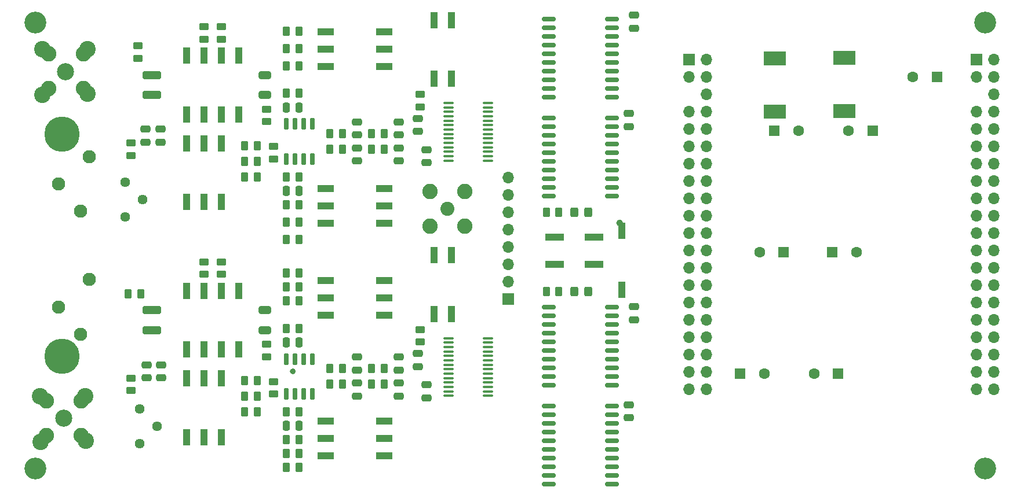
<source format=gts>
G04 #@! TF.GenerationSoftware,KiCad,Pcbnew,8.0.1*
G04 #@! TF.CreationDate,2024-05-23T14:09:47+02:00*
G04 #@! TF.ProjectId,MISRC_v2.1,4d495352-435f-4763-922e-312e6b696361,0.3*
G04 #@! TF.SameCoordinates,Original*
G04 #@! TF.FileFunction,Soldermask,Top*
G04 #@! TF.FilePolarity,Negative*
%FSLAX46Y46*%
G04 Gerber Fmt 4.6, Leading zero omitted, Abs format (unit mm)*
G04 Created by KiCad (PCBNEW 8.0.1) date 2024-05-23 14:09:47*
%MOMM*%
%LPD*%
G01*
G04 APERTURE LIST*
G04 Aperture macros list*
%AMRoundRect*
0 Rectangle with rounded corners*
0 $1 Rounding radius*
0 $2 $3 $4 $5 $6 $7 $8 $9 X,Y pos of 4 corners*
0 Add a 4 corners polygon primitive as box body*
4,1,4,$2,$3,$4,$5,$6,$7,$8,$9,$2,$3,0*
0 Add four circle primitives for the rounded corners*
1,1,$1+$1,$2,$3*
1,1,$1+$1,$4,$5*
1,1,$1+$1,$6,$7*
1,1,$1+$1,$8,$9*
0 Add four rect primitives between the rounded corners*
20,1,$1+$1,$2,$3,$4,$5,0*
20,1,$1+$1,$4,$5,$6,$7,0*
20,1,$1+$1,$6,$7,$8,$9,0*
20,1,$1+$1,$8,$9,$2,$3,0*%
G04 Aperture macros list end*
%ADD10C,0.476609*%
%ADD11C,0.434210*%
%ADD12R,1.600000X1.600000*%
%ADD13C,1.600000*%
%ADD14RoundRect,0.250000X-0.475000X0.250000X-0.475000X-0.250000X0.475000X-0.250000X0.475000X0.250000X0*%
%ADD15RoundRect,0.250000X-0.262500X-0.450000X0.262500X-0.450000X0.262500X0.450000X-0.262500X0.450000X0*%
%ADD16R,1.700000X1.700000*%
%ADD17O,1.700000X1.700000*%
%ADD18R,2.440000X1.120000*%
%ADD19C,2.050000*%
%ADD20C,2.250000*%
%ADD21C,3.200000*%
%ADD22RoundRect,0.250000X-0.325000X-0.450000X0.325000X-0.450000X0.325000X0.450000X-0.325000X0.450000X0*%
%ADD23RoundRect,0.250000X1.100000X-0.325000X1.100000X0.325000X-1.100000X0.325000X-1.100000X-0.325000X0*%
%ADD24RoundRect,0.250000X-0.450000X0.262500X-0.450000X-0.262500X0.450000X-0.262500X0.450000X0.262500X0*%
%ADD25RoundRect,0.250000X0.450000X-0.262500X0.450000X0.262500X-0.450000X0.262500X-0.450000X-0.262500X0*%
%ADD26RoundRect,0.250000X0.262500X0.450000X-0.262500X0.450000X-0.262500X-0.450000X0.262500X-0.450000X0*%
%ADD27RoundRect,0.100000X-0.637500X-0.100000X0.637500X-0.100000X0.637500X0.100000X-0.637500X0.100000X0*%
%ADD28RoundRect,0.250000X-0.250000X-0.475000X0.250000X-0.475000X0.250000X0.475000X-0.250000X0.475000X0*%
%ADD29RoundRect,0.150000X-0.875000X-0.150000X0.875000X-0.150000X0.875000X0.150000X-0.875000X0.150000X0*%
%ADD30C,1.440000*%
%ADD31R,3.200000X2.000000*%
%ADD32R,1.120000X2.440000*%
%ADD33RoundRect,0.250000X0.475000X-0.250000X0.475000X0.250000X-0.475000X0.250000X-0.475000X-0.250000X0*%
%ADD34R,2.750000X1.000000*%
%ADD35RoundRect,0.250000X-0.650000X0.325000X-0.650000X-0.325000X0.650000X-0.325000X0.650000X0.325000X0*%
%ADD36C,1.950000*%
%ADD37C,5.175000*%
%ADD38C,2.500000*%
%ADD39C,2.400000*%
%ADD40RoundRect,0.150000X0.150000X-0.725000X0.150000X0.725000X-0.150000X0.725000X-0.150000X-0.725000X0*%
G04 APERTURE END LIST*
D10*
X149864913Y-96266000D02*
G75*
G02*
X149388305Y-96266000I-238304J0D01*
G01*
X149388305Y-96266000D02*
G75*
G02*
X149864913Y-96266000I238304J0D01*
G01*
D11*
X102092895Y-117983000D02*
G75*
G02*
X101658685Y-117983000I-217105J0D01*
G01*
X101658685Y-117983000D02*
G75*
G02*
X102092895Y-117983000I217105J0D01*
G01*
D12*
X181554000Y-118364000D03*
D13*
X178054000Y-118364000D03*
D14*
X117348000Y-119700000D03*
X117348000Y-121600000D03*
D15*
X107291500Y-119888000D03*
X109116500Y-119888000D03*
D14*
X111252000Y-115890000D03*
X111252000Y-117790000D03*
D15*
X100928500Y-68173600D03*
X102753500Y-68173600D03*
D16*
X133350000Y-107442000D03*
D17*
X133350000Y-104902000D03*
X133350000Y-102362000D03*
X133350000Y-99822000D03*
X133350000Y-97282000D03*
X133350000Y-94742000D03*
X133350000Y-92202000D03*
X133350000Y-89662000D03*
D18*
X106640000Y-104670000D03*
X106640000Y-107210000D03*
X106640000Y-109750000D03*
X115250000Y-109750000D03*
X115250000Y-107210000D03*
X115250000Y-104670000D03*
D15*
X100928500Y-73253600D03*
X102753500Y-73253600D03*
D19*
X68410000Y-124830000D03*
D20*
X65870000Y-122290000D03*
X65870000Y-127370000D03*
X70950000Y-122290000D03*
X70950000Y-127370000D03*
D21*
X203073000Y-132207000D03*
D15*
X77827500Y-106680000D03*
X79652500Y-106680000D03*
D22*
X142984000Y-94742000D03*
X145034000Y-94742000D03*
D15*
X100941500Y-128016000D03*
X102766500Y-128016000D03*
D16*
X201803000Y-72390000D03*
D17*
X204343000Y-72390000D03*
X201803000Y-74930000D03*
X204343000Y-74930000D03*
X204343000Y-77470000D03*
X201803000Y-80010000D03*
X204343000Y-80010000D03*
X201803000Y-82550000D03*
X204343000Y-82550000D03*
X201803000Y-85090000D03*
X204343000Y-85090000D03*
X201803000Y-87630000D03*
X204343000Y-87630000D03*
X201803000Y-90170000D03*
X204343000Y-90170000D03*
X201803000Y-92710000D03*
X204343000Y-92710000D03*
X201803000Y-95250000D03*
X204343000Y-95250000D03*
X201803000Y-97790000D03*
X204343000Y-97790000D03*
X201803000Y-100330000D03*
X204343000Y-100330000D03*
X201803000Y-102870000D03*
X204343000Y-102870000D03*
X201803000Y-105410000D03*
X204343000Y-105410000D03*
X201803000Y-107950000D03*
X204343000Y-107950000D03*
X201803000Y-110490000D03*
X204343000Y-110490000D03*
X201803000Y-113030000D03*
X204343000Y-113030000D03*
X201803000Y-115570000D03*
X204343000Y-115570000D03*
X201803000Y-118110000D03*
X204343000Y-118110000D03*
X201803000Y-120650000D03*
X204343000Y-120650000D03*
D23*
X81280000Y-111965000D03*
X81280000Y-109015000D03*
D24*
X98031000Y-79605500D03*
X98031000Y-81430500D03*
D25*
X91427000Y-69365500D03*
X91427000Y-67540500D03*
D26*
X96657500Y-84963000D03*
X94832500Y-84963000D03*
X96657500Y-87249000D03*
X94832500Y-87249000D03*
D24*
X99060000Y-119483500D03*
X99060000Y-121308500D03*
D27*
X124645500Y-113123000D03*
X124645500Y-113773000D03*
X124645500Y-114423000D03*
X124645500Y-115073000D03*
X124645500Y-115723000D03*
X124645500Y-116373000D03*
X124645500Y-117023000D03*
X124645500Y-117673000D03*
X124645500Y-118323000D03*
X124645500Y-118973000D03*
X124645500Y-119623000D03*
X124645500Y-120273000D03*
X124645500Y-120923000D03*
X124645500Y-121573000D03*
X130370500Y-121573000D03*
X130370500Y-120923000D03*
X130370500Y-120273000D03*
X130370500Y-119623000D03*
X130370500Y-118973000D03*
X130370500Y-118323000D03*
X130370500Y-117673000D03*
X130370500Y-117023000D03*
X130370500Y-116373000D03*
X130370500Y-115723000D03*
X130370500Y-115073000D03*
X130370500Y-114423000D03*
X130370500Y-113773000D03*
X130370500Y-113123000D03*
D24*
X99047000Y-85066500D03*
X99047000Y-86891500D03*
D28*
X100904000Y-113792000D03*
X102804000Y-113792000D03*
D29*
X139241000Y-66421000D03*
X139241000Y-67691000D03*
X139241000Y-68961000D03*
X139241000Y-70231000D03*
X139241000Y-71501000D03*
X139241000Y-72771000D03*
X139241000Y-74041000D03*
X139241000Y-75311000D03*
X139241000Y-76581000D03*
X139241000Y-77851000D03*
X148541000Y-77851000D03*
X148541000Y-76581000D03*
X148541000Y-75311000D03*
X148541000Y-74041000D03*
X148541000Y-72771000D03*
X148541000Y-71501000D03*
X148541000Y-70231000D03*
X148541000Y-68961000D03*
X148541000Y-67691000D03*
X148541000Y-66421000D03*
D14*
X120129000Y-80965000D03*
X120129000Y-82865000D03*
D28*
X100891000Y-79375000D03*
X102791000Y-79375000D03*
D15*
X100928500Y-89535000D03*
X102753500Y-89535000D03*
D29*
X139241000Y-80899000D03*
X139241000Y-82169000D03*
X139241000Y-83439000D03*
X139241000Y-84709000D03*
X139241000Y-85979000D03*
X139241000Y-87249000D03*
X139241000Y-88519000D03*
X139241000Y-89789000D03*
X139241000Y-91059000D03*
X139241000Y-92329000D03*
X148541000Y-92329000D03*
X148541000Y-91059000D03*
X148541000Y-89789000D03*
X148541000Y-88519000D03*
X148541000Y-87249000D03*
X148541000Y-85979000D03*
X148541000Y-84709000D03*
X148541000Y-83439000D03*
X148541000Y-82169000D03*
X148541000Y-80899000D03*
D19*
X124460000Y-94234000D03*
D20*
X121920000Y-91694000D03*
X121920000Y-96774000D03*
X127000000Y-91694000D03*
X127000000Y-96774000D03*
D30*
X77400000Y-90270000D03*
X79940000Y-92810000D03*
X77400000Y-95350000D03*
D12*
X180721000Y-100584000D03*
D13*
X184221000Y-100584000D03*
D15*
X113387500Y-119888000D03*
X115212500Y-119888000D03*
D31*
X172339000Y-72173000D03*
X172339000Y-79973000D03*
D18*
X106661166Y-125271166D03*
X106661166Y-127811166D03*
X106661166Y-130351166D03*
X115271166Y-130351166D03*
X115271166Y-127811166D03*
X115271166Y-125271166D03*
D12*
X186564651Y-82804000D03*
D13*
X183064651Y-82804000D03*
D26*
X96670500Y-119380000D03*
X94845500Y-119380000D03*
X140739500Y-106299000D03*
X138914500Y-106299000D03*
D19*
X68710000Y-74070000D03*
D20*
X66170000Y-71530000D03*
X66170000Y-76610000D03*
X71250000Y-71530000D03*
X71250000Y-76610000D03*
D26*
X96670500Y-121666000D03*
X94845500Y-121666000D03*
D14*
X111239000Y-81473000D03*
X111239000Y-83373000D03*
D29*
X139241000Y-123063000D03*
X139241000Y-124333000D03*
X139241000Y-125603000D03*
X139241000Y-126873000D03*
X139241000Y-128143000D03*
X139241000Y-129413000D03*
X139241000Y-130683000D03*
X139241000Y-131953000D03*
X139241000Y-133223000D03*
X139241000Y-134493000D03*
X148541000Y-134493000D03*
X148541000Y-133223000D03*
X148541000Y-131953000D03*
X148541000Y-130683000D03*
X148541000Y-129413000D03*
X148541000Y-128143000D03*
X148541000Y-126873000D03*
X148541000Y-125603000D03*
X148541000Y-124333000D03*
X148541000Y-123063000D03*
D15*
X100928500Y-93599000D03*
X102753500Y-93599000D03*
D32*
X86347000Y-80378000D03*
X88887000Y-80378000D03*
X91427000Y-80378000D03*
X93967000Y-80378000D03*
X93967000Y-71768000D03*
X91427000Y-71768000D03*
X88887000Y-71768000D03*
X86347000Y-71768000D03*
D25*
X120510000Y-79271500D03*
X120510000Y-77446500D03*
D21*
X64262000Y-132207000D03*
D22*
X142984000Y-106299000D03*
X145034000Y-106299000D03*
D31*
X182499000Y-72083000D03*
X182499000Y-79883000D03*
D25*
X88900000Y-103782500D03*
X88900000Y-101957500D03*
D23*
X81267000Y-77548000D03*
X81267000Y-74598000D03*
D15*
X100941500Y-123952000D03*
X102766500Y-123952000D03*
X100941500Y-103600000D03*
X102766500Y-103600000D03*
D32*
X125095000Y-100978000D03*
X122555000Y-100978000D03*
X122555000Y-109588000D03*
X125095000Y-109588000D03*
D33*
X121399000Y-87437000D03*
X121399000Y-85537000D03*
D15*
X107278500Y-85471000D03*
X109103500Y-85471000D03*
D14*
X111252000Y-119700000D03*
X111252000Y-121600000D03*
X120142000Y-115382000D03*
X120142000Y-117282000D03*
X111239000Y-85283000D03*
X111239000Y-87183000D03*
D15*
X100928500Y-70713600D03*
X102753500Y-70713600D03*
X100941500Y-107650000D03*
X102766500Y-107650000D03*
D26*
X96657500Y-89535000D03*
X94832500Y-89535000D03*
D15*
X113374500Y-85471000D03*
X115199500Y-85471000D03*
D12*
X172240000Y-82801000D03*
D13*
X175740000Y-82801000D03*
D29*
X139241000Y-108585000D03*
X139241000Y-109855000D03*
X139241000Y-111125000D03*
X139241000Y-112395000D03*
X139241000Y-113665000D03*
X139241000Y-114935000D03*
X139241000Y-116205000D03*
X139241000Y-117475000D03*
X139241000Y-118745000D03*
X139241000Y-120015000D03*
X148541000Y-120015000D03*
X148541000Y-118745000D03*
X148541000Y-117475000D03*
X148541000Y-116205000D03*
X148541000Y-114935000D03*
X148541000Y-113665000D03*
X148541000Y-112395000D03*
X148541000Y-111125000D03*
X148541000Y-109855000D03*
X148541000Y-108585000D03*
D18*
X106640000Y-68250000D03*
X106640000Y-70790000D03*
X106640000Y-73330000D03*
X115250000Y-73330000D03*
X115250000Y-70790000D03*
X115250000Y-68250000D03*
D33*
X82677000Y-118933000D03*
X82677000Y-117033000D03*
D28*
X100904000Y-125984000D03*
X102804000Y-125984000D03*
D26*
X96670500Y-123952000D03*
X94845500Y-123952000D03*
D15*
X100928500Y-98679000D03*
X102753500Y-98679000D03*
X107291500Y-117602000D03*
X109116500Y-117602000D03*
D12*
X195962651Y-74930000D03*
D13*
X192462651Y-74930000D03*
D12*
X167259000Y-118364000D03*
D13*
X170759000Y-118364000D03*
D15*
X107278500Y-83185000D03*
X109103500Y-83185000D03*
D32*
X149987000Y-106019000D03*
X149987000Y-97409000D03*
D34*
X145882000Y-102330000D03*
X140122000Y-102330000D03*
X145882000Y-98330000D03*
X140122000Y-98330000D03*
D21*
X64262000Y-66929000D03*
D14*
X151003000Y-80269000D03*
X151003000Y-82169000D03*
D35*
X97790000Y-109015000D03*
X97790000Y-111965000D03*
D33*
X82550000Y-84450000D03*
X82550000Y-82550000D03*
D24*
X79250000Y-70337500D03*
X79250000Y-72162500D03*
D15*
X100928500Y-96139000D03*
X102753500Y-96139000D03*
D14*
X117348000Y-115890000D03*
X117348000Y-117790000D03*
X151003000Y-122875000D03*
X151003000Y-124775000D03*
D36*
X67650000Y-90550000D03*
X72150000Y-86550000D03*
X70900000Y-94550000D03*
X67650000Y-108550000D03*
X72150000Y-104550000D03*
X70900000Y-112550000D03*
D37*
X68150000Y-83300000D03*
X68150000Y-115800000D03*
D15*
X100941500Y-132050000D03*
X102766500Y-132050000D03*
X113374500Y-83185000D03*
X115199500Y-83185000D03*
D12*
X173609000Y-100584000D03*
D13*
X170109000Y-100584000D03*
D24*
X78232000Y-84558500D03*
X78232000Y-86383500D03*
D38*
X68390000Y-124880000D03*
D39*
X64950000Y-121600000D03*
X71550000Y-121590000D03*
X64990000Y-128280000D03*
X71600000Y-128170000D03*
D32*
X86360000Y-114795000D03*
X88900000Y-114795000D03*
X91440000Y-114795000D03*
X93980000Y-114795000D03*
X93980000Y-106185000D03*
X91440000Y-106185000D03*
X88900000Y-106185000D03*
X86360000Y-106185000D03*
D24*
X98044000Y-114022500D03*
X98044000Y-115847500D03*
D33*
X80391000Y-84450000D03*
X80391000Y-82550000D03*
D32*
X91427000Y-84608000D03*
X88887000Y-84608000D03*
X86347000Y-84608000D03*
X86347000Y-93218000D03*
X88887000Y-93218000D03*
X91427000Y-93218000D03*
D15*
X100941500Y-105600000D03*
X102766500Y-105600000D03*
D25*
X91440000Y-103782500D03*
X91440000Y-101957500D03*
D40*
X100965000Y-86903000D03*
X102235000Y-86903000D03*
X103505000Y-86903000D03*
X104775000Y-86903000D03*
X104775000Y-81753000D03*
X103505000Y-81753000D03*
X102235000Y-81753000D03*
X100965000Y-81753000D03*
D14*
X117335000Y-85283000D03*
X117335000Y-87183000D03*
D21*
X203073000Y-66929000D03*
D27*
X124632500Y-78706000D03*
X124632500Y-79356000D03*
X124632500Y-80006000D03*
X124632500Y-80656000D03*
X124632500Y-81306000D03*
X124632500Y-81956000D03*
X124632500Y-82606000D03*
X124632500Y-83256000D03*
X124632500Y-83906000D03*
X124632500Y-84556000D03*
X124632500Y-85206000D03*
X124632500Y-85856000D03*
X124632500Y-86506000D03*
X124632500Y-87156000D03*
X130357500Y-87156000D03*
X130357500Y-86506000D03*
X130357500Y-85856000D03*
X130357500Y-85206000D03*
X130357500Y-84556000D03*
X130357500Y-83906000D03*
X130357500Y-83256000D03*
X130357500Y-82606000D03*
X130357500Y-81956000D03*
X130357500Y-81306000D03*
X130357500Y-80656000D03*
X130357500Y-80006000D03*
X130357500Y-79356000D03*
X130357500Y-78706000D03*
D25*
X88887000Y-69365500D03*
X88887000Y-67540500D03*
D15*
X113387500Y-117602000D03*
X115212500Y-117602000D03*
X100925000Y-77250000D03*
X102750000Y-77250000D03*
D32*
X125082000Y-66561000D03*
X122542000Y-66561000D03*
X122542000Y-75171000D03*
X125082000Y-75171000D03*
D14*
X151765000Y-108524000D03*
X151765000Y-110424000D03*
D40*
X100965000Y-121320000D03*
X102235000Y-121320000D03*
X103505000Y-121320000D03*
X104775000Y-121320000D03*
X104775000Y-116170000D03*
X103505000Y-116170000D03*
X102235000Y-116170000D03*
X100965000Y-116170000D03*
D18*
X106640000Y-91250000D03*
X106640000Y-93790000D03*
X106640000Y-96330000D03*
X115250000Y-96330000D03*
X115250000Y-93790000D03*
X115250000Y-91250000D03*
D30*
X79475000Y-123525000D03*
X82015000Y-126065000D03*
X79475000Y-128605000D03*
D32*
X91440000Y-119025000D03*
X88900000Y-119025000D03*
X86360000Y-119025000D03*
X86360000Y-127635000D03*
X88900000Y-127635000D03*
X91440000Y-127635000D03*
D26*
X140739500Y-94742000D03*
X138914500Y-94742000D03*
D24*
X78232000Y-118999000D03*
X78232000Y-120824000D03*
D38*
X68690000Y-74090000D03*
D39*
X65250000Y-70810000D03*
X71850000Y-70800000D03*
X65290000Y-77490000D03*
X71900000Y-77380000D03*
D15*
X100941500Y-130000000D03*
X102766500Y-130000000D03*
D25*
X120523000Y-113688500D03*
X120523000Y-111863500D03*
D33*
X121412000Y-121854000D03*
X121412000Y-119954000D03*
D16*
X159800000Y-72390000D03*
D17*
X162340000Y-72390000D03*
X159800000Y-74930000D03*
X162340000Y-74930000D03*
X162340000Y-77470000D03*
X159800000Y-80010000D03*
X162340000Y-80010000D03*
X159800000Y-82550000D03*
X162340000Y-82550000D03*
X159800000Y-85090000D03*
X162340000Y-85090000D03*
X159800000Y-87630000D03*
X162340000Y-87630000D03*
X159800000Y-90170000D03*
X162340000Y-90170000D03*
X159800000Y-92710000D03*
X162340000Y-92710000D03*
X159800000Y-95250000D03*
X162340000Y-95250000D03*
X159800000Y-97790000D03*
X162340000Y-97790000D03*
X159800000Y-100330000D03*
X162340000Y-100330000D03*
X159800000Y-102870000D03*
X162340000Y-102870000D03*
X159800000Y-105410000D03*
X162340000Y-105410000D03*
X159800000Y-107950000D03*
X162340000Y-107950000D03*
X159800000Y-110490000D03*
X162340000Y-110490000D03*
X159800000Y-113030000D03*
X162340000Y-113030000D03*
X159800000Y-115570000D03*
X162340000Y-115570000D03*
X159800000Y-118110000D03*
X162340000Y-118110000D03*
X159800000Y-120650000D03*
X162340000Y-120650000D03*
D33*
X80518000Y-118933000D03*
X80518000Y-117033000D03*
D14*
X151765000Y-65852000D03*
X151765000Y-67752000D03*
D28*
X100891000Y-91567000D03*
X102791000Y-91567000D03*
D35*
X97777000Y-74598000D03*
X97777000Y-77548000D03*
D14*
X117335000Y-81473000D03*
X117335000Y-83373000D03*
D15*
X100937500Y-111700000D03*
X102762500Y-111700000D03*
M02*

</source>
